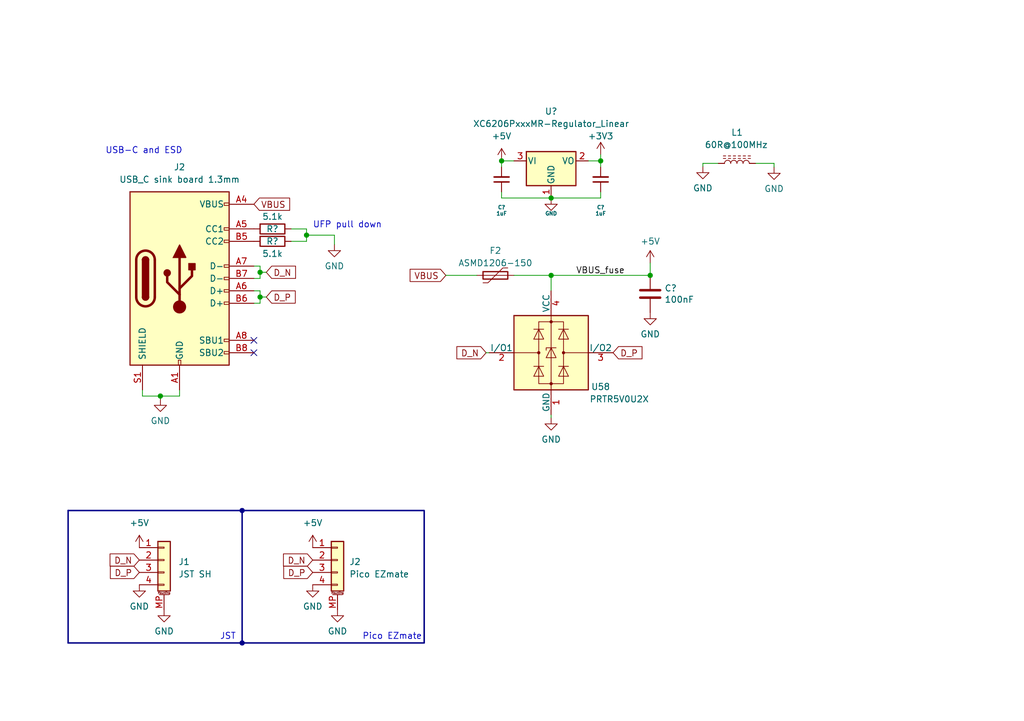
<source format=kicad_sch>
(kicad_sch (version 20230121) (generator eeschema)
  (paper "A5")
  (lib_symbols
    (symbol "+5V_1" (power) (pin_names (offset 0))
      (property "Value" "+5V_1" (at 0 3.556 0))
      (symbol "+5V_1_0_1"
        (polyline (pts (xy -0.762 1.27) (xy 0 2.54)))
        (polyline (pts (xy 0 0) (xy 0 2.54)))
        (polyline (pts (xy 0 2.54) (xy 0.762 1.27)))
      )
      (symbol "+5V_1_1_1"
        (pin power_in line (at 0 0 90) (length 0) hide (name "+5V") (number "1"))
      )
    )
    (symbol "Connector:USB_C_Receptacle_USB2.0" (pin_names (offset 1.016))
      (property "Reference" "J" (at -10.16 19.05 0))
      (property "Value" "USB_C_Receptacle_USB2.0" (at 19.05 19.05 0))
      (symbol "USB_C_Receptacle_USB2.0_0_0"
        (rectangle (start -0.254 -17.78) (end 0.254 -16.764))
        (rectangle (start 10.16 -14.986) (end 9.144 -15.494))
        (rectangle (start 10.16 -12.446) (end 9.144 -12.954))
        (rectangle (start 10.16 -4.826) (end 9.144 -5.334))
        (rectangle (start 10.16 -2.286) (end 9.144 -2.794))
        (rectangle (start 10.16 0.254) (end 9.144 -0.254))
        (rectangle (start 10.16 2.794) (end 9.144 2.286))
        (rectangle (start 10.16 7.874) (end 9.144 7.366))
        (rectangle (start 10.16 10.414) (end 9.144 9.906))
        (rectangle (start 10.16 15.494) (end 9.144 14.986))
      )
      (symbol "USB_C_Receptacle_USB2.0_0_1"
        (rectangle (start -10.16 17.78) (end 10.16 -17.78) (stroke (width 0.254)) (fill (type background)))
        (arc (start -8.89 -3.81) (mid -6.985 -5.7067) (end -5.08 -3.81) (stroke (width 0.508)))
        (arc (start -7.62 -3.81) (mid -6.985 -4.4423) (end -6.35 -3.81) (stroke (width 0.254)))
        (arc (start -7.62 -3.81) (mid -6.985 -4.4423) (end -6.35 -3.81) (stroke (width 0.254)) (fill (type outline)))
        (rectangle (start -7.62 -3.81) (end -6.35 3.81) (stroke (width 0.254)) (fill (type outline)))
        (arc (start -6.35 3.81) (mid -6.985 4.4423) (end -7.62 3.81) (stroke (width 0.254)))
        (arc (start -6.35 3.81) (mid -6.985 4.4423) (end -7.62 3.81) (stroke (width 0.254)) (fill (type outline)))
        (arc (start -5.08 3.81) (mid -6.985 5.7067) (end -8.89 3.81) (stroke (width 0.508)))
        (circle (center -2.54 1.143) (radius 0.635) (stroke (width 0.254)) (fill (type outline)))
        (circle (center 0 -5.842) (radius 1.27) (fill (type outline)))
        (polyline (pts (xy -8.89 -3.81) (xy -8.89 3.81)) (stroke (width 0.508)))
        (polyline (pts (xy -5.08 3.81) (xy -5.08 -3.81)) (stroke (width 0.508)))
        (polyline (pts (xy 0 -5.842) (xy 0 4.318)) (stroke (width 0.508)))
        (polyline (pts (xy 0 -3.302) (xy -2.54 -0.762) (xy -2.54 0.508)) (stroke (width 0.508)))
        (polyline (pts (xy 0 -2.032) (xy 2.54 0.508) (xy 2.54 1.778)) (stroke (width 0.508)))
        (polyline (pts (xy -1.27 4.318) (xy 0 6.858) (xy 1.27 4.318) (xy -1.27 4.318)) (stroke (width 0.254)) (fill (type outline)))
        (rectangle (start 1.905 1.778) (end 3.175 3.048) (stroke (width 0.254)) (fill (type outline)))
      )
      (symbol "USB_C_Receptacle_USB2.0_1_1"
        (pin passive line (at 0 -22.86 90) (length 5.08) (name "GND") (number "A1"))
        (pin passive line (at 0 -22.86 90) (length 5.08) hide (name "GND") (number "A12"))
        (pin passive line (at 15.24 15.24 180) (length 5.08) (name "VBUS") (number "A4"))
        (pin bidirectional line (at 15.24 10.16 180) (length 5.08) (name "CC1") (number "A5"))
        (pin bidirectional line (at 15.24 -2.54 180) (length 5.08) (name "D+") (number "A6"))
        (pin bidirectional line (at 15.24 2.54 180) (length 5.08) (name "D-") (number "A7"))
        (pin bidirectional line (at 15.24 -12.7 180) (length 5.08) (name "SBU1") (number "A8"))
        (pin passive line (at 15.24 15.24 180) (length 5.08) hide (name "VBUS") (number "A9"))
        (pin passive line (at 0 -22.86 90) (length 5.08) hide (name "GND") (number "B1"))
        (pin passive line (at 0 -22.86 90) (length 5.08) hide (name "GND") (number "B12"))
        (pin passive line (at 15.24 15.24 180) (length 5.08) hide (name "VBUS") (number "B4"))
        (pin bidirectional line (at 15.24 7.62 180) (length 5.08) (name "CC2") (number "B5"))
        (pin bidirectional line (at 15.24 -5.08 180) (length 5.08) (name "D+") (number "B6"))
        (pin bidirectional line (at 15.24 0 180) (length 5.08) (name "D-") (number "B7"))
        (pin bidirectional line (at 15.24 -15.24 180) (length 5.08) (name "SBU2") (number "B8"))
        (pin passive line (at 15.24 15.24 180) (length 5.08) hide (name "VBUS") (number "B9"))
        (pin passive line (at -7.62 -22.86 90) (length 5.08) (name "SHIELD") (number "S1"))
      )
    )
    (symbol "Connector_Generic_MountingPin:Conn_01x04_MountingPin" (pin_names (offset 1.016) hide)
      (property "Reference" "J" (at 0 5.08 0))
      (property "Value" "Conn_01x04_MountingPin" (at 1.27 -7.62 0))
      (symbol "Conn_01x04_MountingPin_1_1"
        (rectangle (start -1.27 -4.953) (end 0 -5.207) (stroke (width 0.1524)))
        (rectangle (start -1.27 -2.413) (end 0 -2.667) (stroke (width 0.1524)))
        (rectangle (start -1.27 0.127) (end 0 -0.127) (stroke (width 0.1524)))
        (rectangle (start -1.27 2.667) (end 0 2.413) (stroke (width 0.1524)))
        (rectangle (start -1.27 3.81) (end 1.27 -6.35) (stroke (width 0.254)) (fill (type background)))
        (polyline (pts (xy -1.016 -7.112) (xy 1.016 -7.112)) (stroke (width 0.1524)))
        (text "Mounting" (at 0 -6.731 0) (effects (font (size 0.381 0.381))))
        (pin passive line (at -5.08 2.54 0) (length 3.81) (name "Pin_1") (number "1"))
        (pin passive line (at -5.08 0 0) (length 3.81) (name "Pin_2") (number "2"))
        (pin passive line (at -5.08 -2.54 0) (length 3.81) (name "Pin_3") (number "3"))
        (pin passive line (at -5.08 -5.08 0) (length 3.81) (name "Pin_4") (number "4"))
        (pin passive line (at 0 -10.16 90) (length 3.048) (name "MountPin") (number "MP"))
      )
    )
    (symbol "Device:C" (pin_numbers hide) (pin_names (offset 0.254))
      (property "Reference" "C" (at 0.635 2.54 0))
      (property "Value" "C" (at 0.635 -2.54 0))
      (symbol "C_0_1"
        (polyline (pts (xy -2.032 -0.762) (xy 2.032 -0.762)) (stroke (width 0.508)))
        (polyline (pts (xy -2.032 0.762) (xy 2.032 0.762)) (stroke (width 0.508)))
      )
      (symbol "C_1_1"
        (pin passive line (at 0 3.81 270) (length 2.794) (name "~") (number "1"))
        (pin passive line (at 0 -3.81 90) (length 2.794) (name "~") (number "2"))
      )
    )
    (symbol "Device:C_Small" (pin_numbers hide) (pin_names (offset 0.254) hide)
      (property "Reference" "C" (at 0.254 1.778 0))
      (property "Value" "C_Small" (at 0.254 -2.032 0))
      (symbol "C_Small_0_1"
        (polyline (pts (xy -1.524 -0.508) (xy 1.524 -0.508)) (stroke (width 0.3302)))
        (polyline (pts (xy -1.524 0.508) (xy 1.524 0.508)) (stroke (width 0.3048)))
      )
      (symbol "C_Small_1_1"
        (pin passive line (at 0 2.54 270) (length 2.032) (name "~") (number "1"))
        (pin passive line (at 0 -2.54 90) (length 2.032) (name "~") (number "2"))
      )
    )
    (symbol "Device:Polyfuse" (pin_numbers hide) (pin_names (offset 0))
      (property "Reference" "F" (at -2.54 0 90))
      (property "Value" "Polyfuse" (at 2.54 0 90))
      (symbol "Polyfuse_0_1"
        (rectangle (start -0.762 2.54) (end 0.762 -2.54) (stroke (width 0.254)))
        (polyline (pts (xy 0 2.54) (xy 0 -2.54)))
        (polyline (pts (xy -1.524 2.54) (xy -1.524 1.524) (xy 1.524 -1.524) (xy 1.524 -2.54)))
      )
      (symbol "Polyfuse_1_1"
        (pin passive line (at 0 3.81 270) (length 1.27) (name "~") (number "1"))
        (pin passive line (at 0 -3.81 90) (length 1.27) (name "~") (number "2"))
      )
    )
    (symbol "Device:R" (pin_numbers hide) (pin_names (offset 0))
      (property "Reference" "R" (at 2.032 0 90))
      (property "Value" "R" (at 0 0 90))
      (symbol "R_0_1"
        (rectangle (start -1.016 -2.54) (end 1.016 2.54) (stroke (width 0.254)))
      )
      (symbol "R_1_1"
        (pin passive line (at 0 3.81 270) (length 1.27) (name "~") (number "1"))
        (pin passive line (at 0 -3.81 90) (length 1.27) (name "~") (number "2"))
      )
    )
    (symbol "Power_Protection:PRTR5V0U2X" (pin_names (offset 0))
      (property "Reference" "D" (at 2.794 8.636 0))
      (property "Value" "PRTR5V0U2X" (at 8.128 -9.398 0))
      (symbol "PRTR5V0U2X_0_1"
        (rectangle (start -7.62 -7.62) (end 7.62 7.62) (stroke (width 0.254)) (fill (type background)))
        (circle (center -2.54 0) (radius 0.254) (fill (type outline)))
        (rectangle (start -2.54 6.35) (end 2.54 -6.35))
        (circle (center 0 -6.35) (radius 0.254) (fill (type outline)))
        (polyline (pts (xy -2.54 0) (xy -7.62 0)))
        (polyline (pts (xy -1.524 -2.794) (xy -3.556 -2.794)))
        (polyline (pts (xy -1.524 4.826) (xy -3.556 4.826)))
        (polyline (pts (xy 0 -7.62) (xy 0 7.62)))
        (polyline (pts (xy 1.524 -2.794) (xy 3.556 -2.794)))
        (polyline (pts (xy 1.524 4.826) (xy 3.556 4.826)))
        (polyline (pts (xy 2.54 0) (xy 7.62 0)))
        (polyline (pts (xy 1.016 1.016) (xy -1.016 1.016) (xy -1.016 0.508)))
        (polyline (pts (xy -3.556 -4.826) (xy -1.524 -4.826) (xy -2.54 -2.794) (xy -3.556 -4.826)))
        (polyline (pts (xy -3.556 2.794) (xy -1.524 2.794) (xy -2.54 4.826) (xy -3.556 2.794)))
        (polyline (pts (xy -1.016 -1.016) (xy 1.016 -1.016) (xy 0 1.016) (xy -1.016 -1.016)))
        (polyline (pts (xy 3.556 -4.826) (xy 1.524 -4.826) (xy 2.54 -2.794) (xy 3.556 -4.826)))
        (polyline (pts (xy 3.556 2.794) (xy 1.524 2.794) (xy 2.54 4.826) (xy 3.556 2.794)))
        (circle (center 0 6.35) (radius 0.254) (fill (type outline)))
        (circle (center 2.54 0) (radius 0.254) (fill (type outline)))
      )
      (symbol "PRTR5V0U2X_1_1"
        (pin passive line (at 0 -12.7 90) (length 5.08) (name "GND") (number "1"))
        (pin passive line (at -12.7 0 0) (length 5.08) (name "I/O1") (number "2"))
        (pin passive line (at 12.7 0 180) (length 5.08) (name "I/O2") (number "3"))
        (pin passive line (at 0 12.7 270) (length 5.08) (name "VCC") (number "4"))
      )
    )
    (symbol "Unified-Daughterboard-rescue:L_Core_Ferrite-Device" (pin_numbers hide) (pin_names (offset 1.016) hide)
      (property "Reference" "L" (at -1.27 0 90))
      (property "Value" "Device_L_Core_Ferrite" (at 2.794 0 90))
      (symbol "L_Core_Ferrite-Device_0_1"
        (arc (start 0 -2.54) (mid 0.6323 -1.905) (end 0 -1.27))
        (arc (start 0 -1.27) (mid 0.6323 -0.635) (end 0 0))
        (polyline (pts (xy 1.016 -2.794) (xy 1.016 -2.286)))
        (polyline (pts (xy 1.016 -1.778) (xy 1.016 -1.27)))
        (polyline (pts (xy 1.016 -0.762) (xy 1.016 -0.254)))
        (polyline (pts (xy 1.016 0.254) (xy 1.016 0.762)))
        (polyline (pts (xy 1.016 1.27) (xy 1.016 1.778)))
        (polyline (pts (xy 1.016 2.286) (xy 1.016 2.794)))
        (polyline (pts (xy 1.524 -2.286) (xy 1.524 -2.794)))
        (polyline (pts (xy 1.524 -1.27) (xy 1.524 -1.778)))
        (polyline (pts (xy 1.524 -0.254) (xy 1.524 -0.762)))
        (polyline (pts (xy 1.524 0.762) (xy 1.524 0.254)))
        (polyline (pts (xy 1.524 1.778) (xy 1.524 1.27)))
        (polyline (pts (xy 1.524 2.794) (xy 1.524 2.286)))
        (arc (start 0 0) (mid 0.6323 0.635) (end 0 1.27))
        (arc (start 0 1.27) (mid 0.6323 1.905) (end 0 2.54))
      )
      (symbol "L_Core_Ferrite-Device_1_1"
        (pin passive line (at 0 3.81 270) (length 1.27) (name "1") (number "1"))
        (pin passive line (at 0 -3.81 90) (length 1.27) (name "2") (number "2"))
      )
    )
    (symbol "kicad-keyboard-parts:XC6206PxxxMR-Regulator_Linear" (pin_names (offset 0.254))
      (property "Reference" "U" (at -3.81 3.175 0))
      (property "Value" "XC6206PxxxMR-Regulator_Linear" (at 0 3.175 0))
      (property "LCSC" "C5446" (at 0 0 0))
      (symbol "XC6206PxxxMR-Regulator_Linear_0_1"
        (rectangle (start -5.08 1.905) (end 5.08 -5.08) (stroke (width 0.254)) (fill (type background)))
      )
      (symbol "XC6206PxxxMR-Regulator_Linear_1_1"
        (pin power_in line (at 0 -7.62 90) (length 2.54) (name "GND") (number "1"))
        (pin power_out line (at 7.62 0 180) (length 2.54) (name "VO") (number "2"))
        (pin power_in line (at -7.62 0 0) (length 2.54) (name "VI") (number "3"))
      )
    )
    (symbol "power:+3V3" (power) (pin_names (offset 0))
      (property "Value" "+3V3" (at 0 3.556 0))
      (symbol "+3V3_0_1"
        (polyline (pts (xy -0.762 1.27) (xy 0 2.54)))
        (polyline (pts (xy 0 0) (xy 0 2.54)))
        (polyline (pts (xy 0 2.54) (xy 0.762 1.27)))
      )
      (symbol "+3V3_1_1"
        (pin power_in line (at 0 0 90) (length 0) hide (name "+3V3") (number "1"))
      )
    )
    (symbol "power:+5V" (power) (pin_names (offset 0))
      (property "Value" "+5V" (at 0 3.556 0))
      (symbol "+5V_0_1"
        (polyline (pts (xy -0.762 1.27) (xy 0 2.54)))
        (polyline (pts (xy 0 0) (xy 0 2.54)))
        (polyline (pts (xy 0 2.54) (xy 0.762 1.27)))
      )
      (symbol "+5V_1_1"
        (pin power_in line (at 0 0 90) (length 0) hide (name "+5V") (number "1"))
      )
    )
    (symbol "power:GND" (power) (pin_names (offset 0))
      (property "Value" "GND" (at 0 -3.81 0))
      (symbol "GND_0_1"
        (polyline (pts (xy 0 0) (xy 0 -1.27) (xy 1.27 -1.27) (xy 0 -2.54) (xy -1.27 -1.27) (xy 0 -1.27)))
      )
      (symbol "GND_1_1"
        (pin power_in line (at 0 0 270) (length 0) hide (name "GND") (number "1"))
      )
    )
  )
  (junction (at 49.657 131.953))
  (junction (at 32.893 81.28))
  (junction (at 62.865 48.26))
  (junction (at 113.03 40.64) (diameter 0.9144))
  (junction (at 123.19 33.02))
  (junction (at 53.34 60.96))
  (junction (at 102.87 33.02))
  (junction (at 53.34 55.88))
  (junction (at 113.03 56.515))
  (junction (at 133.35 56.515))
  (junction (at 49.657 104.775))
  (no_connect (at 52.07 69.85))
  (no_connect (at 52.07 72.39))
  (wire (pts (xy 99.695 72.39) (xy 100.33 72.39)))
  (wire (pts (xy 52.07 57.15) (xy 53.34 57.15)))
  (wire (pts (xy 113.03 40.64) (xy 123.19 40.64)))
  (wire (pts (xy 113.03 85.725) (xy 113.03 85.09)))
  (wire (pts (xy 102.87 33.02) (xy 105.41 33.02)))
  (bus (pts (xy 13.97 104.775) (xy 49.657 104.775)))
  (wire (pts (xy 123.19 33.02) (xy 123.19 34.29)))
  (wire (pts (xy 53.34 55.88) (xy 54.61 55.88)))
  (wire (pts (xy 113.03 40.64) (xy 102.87 40.64)))
  (wire (pts (xy 52.07 59.69) (xy 53.34 59.69)))
  (wire (pts (xy 144.145 34.163) (xy 144.145 33.528)))
  (wire (pts (xy 123.19 31.75) (xy 123.19 33.02)))
  (wire (pts (xy 62.865 49.53) (xy 62.865 48.26)))
  (wire (pts (xy 68.58 48.26) (xy 68.58 50.165)))
  (bus (pts (xy 49.657 131.953) (xy 86.868 131.953)))
  (wire (pts (xy 52.07 62.23) (xy 53.34 62.23)))
  (wire (pts (xy 32.893 81.915) (xy 32.893 81.28)))
  (wire (pts (xy 120.65 33.02) (xy 123.19 33.02)))
  (bus (pts (xy 13.97 104.775) (xy 13.97 131.953)))
  (wire (pts (xy 102.87 39.37) (xy 102.87 40.64)))
  (wire (pts (xy 133.35 53.975) (xy 133.35 56.515)))
  (wire (pts (xy 158.75 33.528) (xy 154.94 33.528)))
  (wire (pts (xy 105.41 56.515) (xy 113.03 56.515)))
  (wire (pts (xy 113.03 56.515) (xy 113.03 59.69)))
  (wire (pts (xy 59.69 46.99) (xy 62.865 46.99)))
  (wire (pts (xy 113.03 56.515) (xy 133.35 56.515)))
  (wire (pts (xy 29.21 80.01) (xy 29.21 81.28)))
  (wire (pts (xy 158.75 34.29) (xy 158.75 33.528)))
  (bus (pts (xy 86.995 104.775) (xy 86.995 131.953)))
  (wire (pts (xy 53.34 60.96) (xy 54.61 60.96)))
  (wire (pts (xy 53.34 62.23) (xy 53.34 60.96)))
  (wire (pts (xy 144.145 33.528) (xy 147.32 33.528)))
  (wire (pts (xy 36.83 81.28) (xy 36.83 80.01)))
  (wire (pts (xy 52.07 54.61) (xy 53.34 54.61)))
  (bus (pts (xy 13.97 131.953) (xy 49.657 131.953)))
  (wire (pts (xy 62.865 48.26) (xy 62.865 46.99)))
  (wire (pts (xy 59.69 49.53) (xy 62.865 49.53)))
  (wire (pts (xy 53.34 54.61) (xy 53.34 55.88)))
  (wire (pts (xy 53.34 55.88) (xy 53.34 57.15)))
  (wire (pts (xy 91.44 56.515) (xy 97.79 56.515)))
  (wire (pts (xy 53.34 59.69) (xy 53.34 60.96)))
  (bus (pts (xy 49.657 104.775) (xy 86.868 104.775)))
  (bus (pts (xy 49.657 104.775) (xy 49.657 131.953)))
  (wire (pts (xy 102.87 33.02) (xy 102.87 34.29)))
  (wire (pts (xy 29.21 81.28) (xy 32.893 81.28)))
  (wire (pts (xy 62.865 48.26) (xy 68.58 48.26)))
  (wire (pts (xy 123.19 39.37) (xy 123.19 40.64)))
  (wire (pts (xy 32.893 81.28) (xy 36.83 81.28)))
  (text "Pico EZmate" (at 74.295 131.445 0) (effects (font (size 1.27 1.27)) (justify left bottom)))
  (text "USB-C and ESD" (at 21.59 31.75 0) (effects (font (size 1.27 1.27)) (justify left bottom)))
  (text "UFP pull down" (at 64.135 46.99 0) (effects (font (size 1.27 1.27)) (justify left bottom)))
  (text "JST" (at 45.085 131.445 0) (effects (font (size 1.27 1.27)) (justify left bottom)))
  (label "VBUS_fuse" (at 118.11 56.515 0))
  (global_label "D_P" (shape input) (at 28.575 117.475 180) (property "Intersheetrefs" "${INTERSHEET_REFS}" (effects hide)))
  (global_label "VBUS" (shape input) (at 52.07 41.91 0) (property "Intersheetrefs" "${INTERSHEET_REFS}" (effects hide)))
  (global_label "D_N" (shape input) (at 64.135 114.935 180) (property "Intersheetrefs" "${INTERSHEET_REFS}" (effects hide)))
  (global_label "D_N" (shape input) (at 99.695 72.39 180) (property "Intersheetrefs" "${INTERSHEET_REFS}" (effects hide)))
  (global_label "D_P" (shape input) (at 54.61 60.96 0) (property "Intersheetrefs" "${INTERSHEET_REFS}" (effects hide)))
  (global_label "VBUS" (shape input) (at 91.44 56.515 180) (property "Intersheetrefs" "${INTERSHEET_REFS}" (effects hide)))
  (global_label "D_N" (shape input) (at 54.61 55.88 0) (property "Intersheetrefs" "${INTERSHEET_REFS}" (effects hide)))
  (global_label "D_N" (shape input) (at 28.575 114.935 180) (property "Intersheetrefs" "${INTERSHEET_REFS}" (effects hide)))
  (global_label "D_P" (shape input) (at 125.73 72.39 0) (property "Intersheetrefs" "${INTERSHEET_REFS}" (effects hide)))
  (global_label "D_P" (shape input) (at 64.135 117.475 180) (property "Intersheetrefs" "${INTERSHEET_REFS}" (effects hide)))
  (symbol (lib_id "Device:C") (at 133.35 60.325 0) (unit 1)
    (property "Reference" "C?" (at 136.271 59.1566 0) (effects (justify left)))
    (property "Value" "100nF" (at 136.271 61.468 0) (effects (justify left)))
    (property "Footprint" "Capacitor_SMD:C_0402_1005Metric" (effects hide))
    (property "LCSC" "C307331" (effects hide))
    (instances (project "LeChiffre" (path "" (reference "C?") (unit 1))) (project "vootington V4N" (path "" (reference "C6") (unit 1)) (path "" (reference "C6") (unit 1))) (project "le_capybara" (path "" (reference "C12") (unit 1))))
  )
  (symbol (lib_id "Power_Protection:PRTR5V0U2X") (at 113.03 72.39 0) (unit 1)
    (property "Reference" "U58" (at 123.19 79.375 0))
    (property "Value" "PRTR5V0U2X" (at 127 81.915 0))
    (property "Footprint" "Package_TO_SOT_SMD:SOT-143" (effects hide))
    (property "Datasheet" "https://assets.nexperia.com/documents/data-sheet/PRTR5V0U2X.pdf" (effects hide))
    (property "LCSC" "C2827688" (effects hide))
    (property "JlcRotOffset" "90" (effects hide))
    (instances (project "vootington V4N" (path "" (reference "U58") (unit 1)) (path "" (reference "U58") (unit 1))) (project "le_capybara" (path "" (reference "U3") (unit 1))) (project "EC60-Rev_1_1" (path "" (reference "D1") (unit 1))))
  )
  (symbol (lib_id "power:GND") (at 113.03 85.725 0) (unit 1)
    (property "Reference" "#PWR089" (effects hide))
    (property "Value" "GND" (at 113.03 90.17 0))
    (instances (project "vootington V4N" (path "" (reference "#PWR089") (unit 1)) (path "" (reference "#PWR089") (unit 1))) (project "le_capybara" (path "" (reference "#PWR014") (unit 1))))
  )
  (symbol (lib_id "kicad-keyboard-parts:XC6206PxxxMR-Regulator_Linear") (at 113.03 33.02 0) (unit 1)
    (property "Reference" "U?" (at 113.03 22.86 0))
    (property "Value" "XC6206PxxxMR-Regulator_Linear" (at 113.03 25.4 0))
    (property "Footprint" "Package_TO_SOT_SMD:SOT-23" (effects hide))
    (property "Datasheet" "https://www.torexsemi.com/file/xc6206/XC6206.pdf" (effects hide))
    (property "LCSC" "C5446" (effects hide))
    (property "JlcRotOffset" "180" (effects hide))
    (instances (project "TKL" (path "" (reference "U?") (unit 1))) (project "vootington V4N" (path "" (reference "U52") (unit 1)) (path "" (reference "U52") (unit 1))) (project "le_capybara" (path "" (reference "U1") (unit 1))))
  )
  (symbol (lib_id "power:+5V") (at 102.87 33.02 0) (unit 1)
    (property "Reference" "#PWR?" (effects hide))
    (property "Value" "+5V" (at 102.87 27.94 0))
    (instances (project "TKL" (path "" (reference "#PWR?") (unit 1))) (project "vootington V4N" (path "" (reference "#PWR042") (unit 1)) (path "" (reference "#PWR042") (unit 1))) (project "le_capybara" (path "" (reference "#PWR06") (unit 1))))
  )
  (symbol (lib_id "Device:R") (at 55.88 46.99 270) (unit 1)
    (property "Reference" "R?" (at 55.88 46.99 90))
    (property "Value" "5.1k" (at 55.88 44.45 90))
    (property "Footprint" "Resistor_SMD:R_0402_1005Metric" (effects hide))
    (instances (project "LeChiffre" (path "" (reference "R?") (unit 1))) (project "vootington V4N" (path "" (reference "R3") (unit 1))) (project "le_capybara" (path "" (reference "R1") (unit 1))))
  )
  (symbol (lib_id "power:GND") (at 158.75 34.29 0) (unit 1)
    (property "Reference" "#PWR054" (effects hide))
    (property "Value" "GND" (at 158.75 38.735 0))
    (instances (project "vootington V4N" (path "" (reference "#PWR054") (unit 1)) (path "" (reference "#PWR045") (unit 1))) (project "le_capybara" (path "" (reference "#PWR012") (unit 1))))
  )
  (symbol (lib_id "power:+3V3") (at 123.19 31.75 0) (unit 1)
    (property "Reference" "#PWR041" (effects hide))
    (property "Value" "+3V3" (at 123.19 27.94 0))
    (instances (project "vootington V4N" (path "" (reference "#PWR041") (unit 1)) (path "" (reference "#PWR041") (unit 1))) (project "le_capybara" (path "" (reference "#PWR05") (unit 1))))
  )
  (symbol (lib_id "power:GND") (at 68.58 50.165 0) (unit 1)
    (property "Reference" "#PWR091" (effects hide))
    (property "Value" "GND" (at 68.58 54.61 0))
    (instances (project "vootington V4N" (path "" (reference "#PWR091") (unit 1))) (project "le_capybara" (path "" (reference "#PWR023") (unit 1))))
  )
  (symbol (lib_id "power:GND") (at 32.893 81.915 0) (unit 1)
    (property "Reference" "#PWR0104" (effects hide))
    (property "Value" "GND" (at 32.893 86.36 0))
    (instances (project "vootington V4N" (path "" (reference "#PWR0104") (unit 1))) (project "le_capybara" (path "" (reference "#PWR07") (unit 1))))
  )
  (symbol (lib_id "Device:Polyfuse") (at 101.6 56.515 90) (unit 1)
    (property "Reference" "F2" (at 101.6 51.435 90))
    (property "Value" "ASMD1206-150" (at 101.6 53.975 90))
    (property "Footprint" "Fuse:Fuse_1206_3216Metric" (effects hide))
    (property "LCSC" "C135341" (effects hide))
    (instances (project "vootington V4N" (path "" (reference "F2") (unit 1)) (path "" (reference "F2") (unit 1))) (project "le_capybara" (path "" (reference "F1") (unit 1))))
  )
  (symbol (lib_id "Connector_Generic_MountingPin:Conn_01x04_MountingPin") (at 33.655 114.935 0) (unit 1)
    (property "Reference" "J1" (at 36.576 115.2905 0) (effects (justify left)))
    (property "Value" "JST SH" (at 36.576 117.8305 0) (effects (justify left)))
    (property "Footprint" "Connector_JST:JST_SH_SM04B-SRSS-TB_1x04-1MP_P1.00mm_Horizontal" (effects hide))
  )
  (symbol (lib_id "power:GND") (at 28.575 120.015 0) (unit 1)
    (property "Reference" "#PWR056" (effects hide))
    (property "Value" "GND" (at 28.575 124.4584 0))
    (instances (project "the-nicholas-van" (path "" (reference "#PWR056") (unit 1))) (project "tinyv pcb" (path "" (reference "#PWR011") (unit 1))) (project "vootington V4N" (path "" (reference "#PWR0135") (unit 1))) (project "Tiny Dimply Qazy" (path "" (reference "#PWR07") (unit 1))) (project "mekanisk-40" (path "" (reference "#PWR020") (unit 1))))
  )
  (symbol (lib_id "power:+5V") (at 64.135 112.395 0) (unit 1)
    (property "Reference" "#PWR0102" (effects hide))
    (property "Value" "+5V" (at 64.135 107.315 0))
    (instances (project "pteropus" (path "" (reference "#PWR0102") (unit 1))) (project "the-nicholas-van" (path "" (reference "#PWR038") (unit 1))) (project "tinyv pcb" (path "" (reference "#PWR010") (unit 1))) (project "vootington V4N" (path "" (reference "#PWR0133") (unit 1))))
  )
  (symbol (lib_id "power:GND") (at 33.655 125.095 0) (unit 1)
    (property "Reference" "#PWR058" (effects hide))
    (property "Value" "GND" (at 33.655 129.5384 0))
    (instances (project "the-nicholas-van" (path "" (reference "#PWR058") (unit 1))) (project "tinyv pcb" (path "" (reference "#PWR013") (unit 1))) (project "vootington V4N" (path "" (reference "#PWR0139") (unit 1))) (project "Tiny Dimply Qazy" (path "" (reference "#PWR08") (unit 1))) (project "mekanisk-40" (path "" (reference "#PWR022") (unit 1))))
  )
  (symbol (lib_id "power:+5V") (at 28.575 112.395 0) (unit 1)
    (property "Reference" "#PWR0102" (effects hide))
    (property "Value" "+5V" (at 28.575 107.315 0))
    (instances (project "pteropus" (path "" (reference "#PWR0102") (unit 1))) (project "the-nicholas-van" (path "" (reference "#PWR037") (unit 1))) (project "tinyv pcb" (path "" (reference "#PWR09") (unit 1))) (project "vootington V4N" (path "" (reference "#PWR0131") (unit 1))))
  )
  (symbol (lib_id "power:GND") (at 113.03 40.64 0) (unit 1)
    (property "Reference" "#PWR?" (effects hide))
    (property "Value" "GND" (at 113.03 43.815 0) (effects (font (size 0.762 0.762))))
    (instances (project "TKL" (path "" (reference "#PWR?") (unit 1))) (project "vootington V4N" (path "" (reference "#PWR043") (unit 1)) (path "" (reference "#PWR054") (unit 1))) (project "le_capybara" (path "" (reference "#PWR09") (unit 1))))
  )
  (symbol (lib_id "power:GND") (at 144.145 34.163 0) (unit 1)
    (property "Reference" "#PWR045" (effects hide))
    (property "Value" "GND" (at 144.145 38.608 0))
    (instances (project "vootington V4N" (path "" (reference "#PWR045") (unit 1)) (path "" (reference "#PWR043") (unit 1))) (project "le_capybara" (path "" (reference "#PWR013") (unit 1))))
  )
  (symbol (lib_id "power:GND") (at 133.35 64.135 0) (unit 1)
    (property "Reference" "#PWR087" (effects hide))
    (property "Value" "GND" (at 133.35 68.58 0))
    (instances (project "vootington V4N" (path "" (reference "#PWR087") (unit 1)) (path "" (reference "#PWR087") (unit 1))) (project "le_capybara" (path "" (reference "#PWR018") (unit 1))))
  )
  (symbol (lib_id "power:GND") (at 64.135 120.015 0) (unit 1)
    (property "Reference" "#PWR057" (effects hide))
    (property "Value" "GND" (at 64.135 124.4584 0))
    (instances (project "the-nicholas-van" (path "" (reference "#PWR057") (unit 1))) (project "tinyv pcb" (path "" (reference "#PWR012") (unit 1))) (project "vootington V4N" (path "" (reference "#PWR0137") (unit 1))) (project "Tiny Dimply Qazy" (path "" (reference "#PWR0101") (unit 1))) (project "mekanisk-40" (path "" (reference "#PWR021") (unit 1))))
  )
  (symbol (lib_id "Device:C_Small") (at 102.87 36.83 180) (unit 1)
    (property "Reference" "C?" (at 102.87 42.545 0) (effects (font (size 0.762 0.762))))
    (property "Value" "1uF" (at 102.87 43.815 0) (effects (font (size 0.762 0.762))))
    (property "Footprint" "Capacitor_SMD:C_0402_1005Metric" (effects hide))
    (property "LCSC" "C52923" (effects hide))
    (instances (project "TKL" (path "" (reference "C?") (unit 1))) (project "vootington V4N" (path "" (reference "C4") (unit 1)) (path "" (reference "C4") (unit 1))) (project "le_capybara" (path "" (reference "C6") (unit 1))))
  )
  (symbol (lib_id "Connector_Generic_MountingPin:Conn_01x04_MountingPin") (at 69.215 114.935 0) (unit 1)
    (property "Reference" "J2" (at 71.628 115.2905 0) (effects (justify left)))
    (property "Value" "Pico EZmate" (at 71.628 117.8305 0) (effects (justify left)))
    (property "Footprint" "Connector_Molex:Molex_Pico-EZmate_78171-0004_1x04-1MP_P1.20mm_Vertical" (effects hide))
    (instances (project "the-nicholas-van" (path "" (reference "J2") (unit 1))) (project "tinyv pcb" (path "" (reference "J2") (unit 1))) (project "vootington V4N" (path "" (reference "J3") (unit 1))) (project "Tiny Dimply Qazy" (path "" (reference "J3") (unit 1))) (project "mekanisk-40" (path "" (reference "J3") (unit 1))))
  )
  (symbol (lib_name "+5V_1") (lib_id "power:+5V") (at 133.35 53.975 0) (unit 1)
    (property "Reference" "#PWR079" (effects hide))
    (property "Value" "+5V" (at 133.35 49.53 0))
    (instances (project "vootington V4N" (path "" (reference "#PWR079") (unit 1)) (path "" (reference "#PWR079") (unit 1))) (project "le_capybara" (path "" (reference "#PWR017") (unit 1))))
  )
  (symbol (lib_id "power:GND") (at 69.215 125.095 0) (unit 1)
    (property "Reference" "#PWR059" (effects hide))
    (property "Value" "GND" (at 69.215 129.5384 0))
    (instances (project "the-nicholas-van" (path "" (reference "#PWR059") (unit 1))) (project "tinyv pcb" (path "" (reference "#PWR014") (unit 1))) (project "vootington V4N" (path "" (reference "#PWR0152") (unit 1))) (project "Tiny Dimply Qazy" (path "" (reference "#PWR0103") (unit 1))) (project "mekanisk-40" (path "" (reference "#PWR023") (unit 1))))
  )
  (symbol (lib_id "Unified-Daughterboard-rescue:L_Core_Ferrite-Device") (at 151.13 33.528 90) (unit 1)
    (property "Reference" "L1" (at 152.4 27.178 90) (effects (justify left)))
    (property "Value" "60R@100MHz" (at 157.48 29.718 90) (effects (justify left)))
    (property "Footprint" "Inductor_SMD:L_1206_3216Metric" (effects hide))
    (property "Manufacturer" "MELED Industrial" (effects hide))
    (property "Manufacturer Part No" "MLB3216-600P4A(f)" (effects hide))
    (property "LCSC" "C33600" (effects hide))
    (property "Package" "L1206" (effects hide))
  )
  (symbol (lib_id "Device:R") (at 55.88 49.53 270) (mirror x) (unit 1)
    (property "Reference" "R?" (at 55.88 49.53 90))
    (property "Value" "5.1k" (at 55.88 52.07 90))
    (property "Footprint" "Resistor_SMD:R_0402_1005Metric" (effects hide))
    (instances (project "LeChiffre" (path "" (reference "R?") (unit 1))) (project "vootington V4N" (path "" (reference "R4") (unit 1))) (project "le_capybara" (path "" (reference "R2") (unit 1))))
  )
  (symbol (lib_id "Device:C_Small") (at 123.19 36.83 180) (unit 1)
    (property "Reference" "C?" (at 123.19 42.545 0) (effects (font (size 0.762 0.762))))
    (property "Value" "1uF" (at 123.19 43.815 0) (effects (font (size 0.762 0.762))))
    (property "Footprint" "Capacitor_SMD:C_0402_1005Metric" (effects hide))
    (property "LCSC" "C52923" (effects hide))
    (instances (project "TKL" (path "" (reference "C?") (unit 1))) (project "vootington V4N" (path "" (reference "C5") (unit 1)) (path "" (reference "C5") (unit 1))) (project "le_capybara" (path "" (reference "C7") (unit 1))))
  )
  (symbol (lib_id "Connector:USB_C_Receptacle_USB2.0") (at 36.83 57.15 0) (unit 1)
    (property "Reference" "J2" (at 36.83 34.29 0))
    (property "Value" "USB_C sink board 1.3mm" (at 36.83 36.83 0))
    (property "Footprint" "PCM_marbastlib-various:USB_C_Receptacle_HRO_TYPE-C-31-M-12" (effects hide))
    (property "Datasheet" "https://datasheet.lcsc.com/lcsc/2206021145_G-Switch-GT-USB-7014G_C3019717.pdf" (effects hide))
    (property "JlcRotOffset" "180" (effects hide))
    (property "JlcPosOffset" "0,1.35" (effects hide))
    (property "LCSC" "C3019717" (effects hide))
    (instances (project "vootington V4N" (path "" (reference "J2") (unit 1))) (project "le_capybara" (path "" (reference "J1") (unit 1))))
  )
)
</source>
